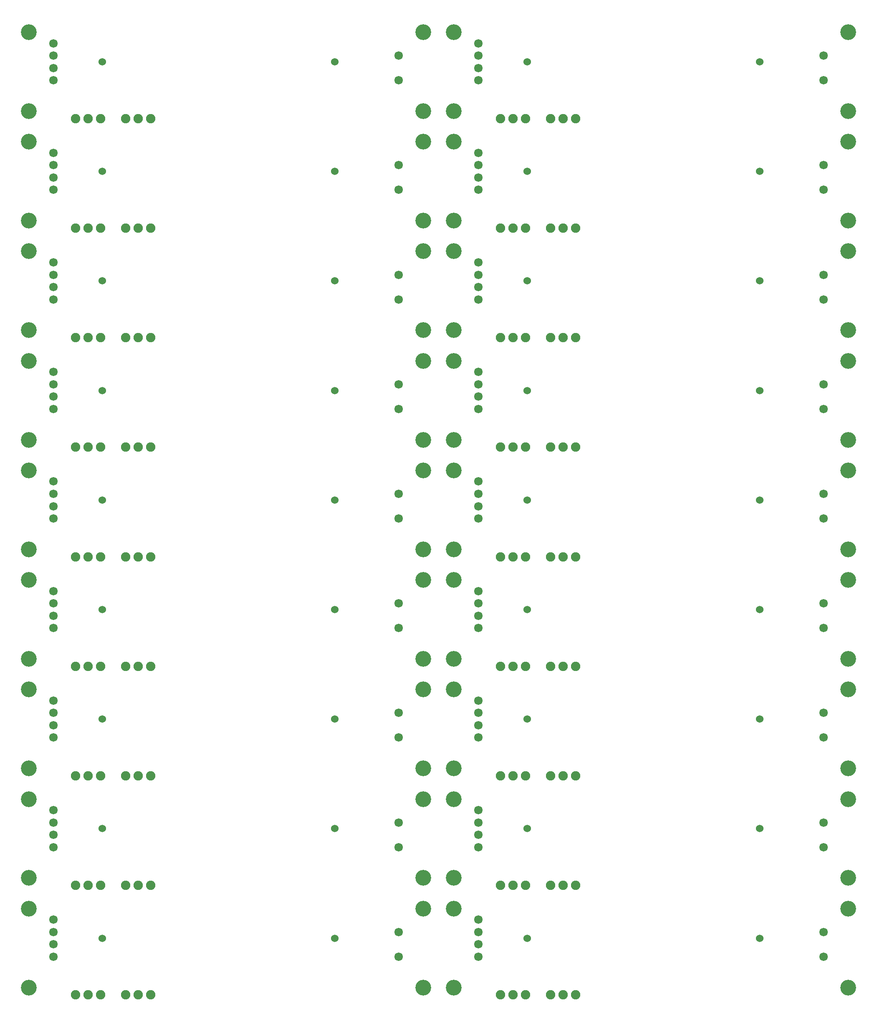
<source format=gbr>
%TF.GenerationSoftware,KiCad,Pcbnew,(5.99.0-11441-g1a5e63bcab)*%
%TF.CreationDate,2022-01-11T09:27:26+01:00*%
%TF.ProjectId,Slider_potentiometer,536c6964-6572-45f7-906f-74656e74696f,V1.1.1.*%
%TF.SameCoordinates,PX5f5e100PYe5d5e40*%
%TF.FileFunction,Soldermask,Bot*%
%TF.FilePolarity,Negative*%
%FSLAX46Y46*%
G04 Gerber Fmt 4.6, Leading zero omitted, Abs format (unit mm)*
G04 Created by KiCad (PCBNEW (5.99.0-11441-g1a5e63bcab)) date 2022-01-11 09:27:26*
%MOMM*%
%LPD*%
G01*
G04 APERTURE LIST*
%ADD10C,3.200000*%
%ADD11C,1.900000*%
%ADD12C,1.724000*%
%ADD13C,1.524000*%
G04 APERTURE END LIST*
D10*
%TO.C,H1*%
X89200000Y180600000D03*
%TD*%
D11*
%TO.C,K2*%
X98660000Y179100000D03*
X101200000Y179100000D03*
X103740000Y179100000D03*
%TD*%
D10*
%TO.C,H2*%
X89200000Y196600000D03*
%TD*%
D11*
%TO.C,K1*%
X108820000Y179100000D03*
X111360000Y179100000D03*
X113900000Y179100000D03*
%TD*%
D10*
%TO.C,H3*%
X169200000Y196600000D03*
%TD*%
%TO.C,H4*%
X169200000Y180600000D03*
%TD*%
D12*
%TO.C,R1*%
X94200000Y191850000D03*
X94200000Y186850000D03*
D13*
X104100000Y190600000D03*
X151300000Y190600000D03*
D12*
X94200000Y194350000D03*
X94200000Y189350000D03*
X164200000Y191850000D03*
X164200000Y186850000D03*
%TD*%
D11*
%TO.C,K2*%
X12460000Y179100000D03*
X15000000Y179100000D03*
X17540000Y179100000D03*
%TD*%
D10*
%TO.C,H3*%
X83000000Y196600000D03*
%TD*%
%TO.C,H4*%
X83000000Y180600000D03*
%TD*%
D12*
%TO.C,R1*%
X8000000Y191850000D03*
X8000000Y186850000D03*
D13*
X17900000Y190600000D03*
X65100000Y190600000D03*
D12*
X8000000Y194350000D03*
X8000000Y189350000D03*
X78000000Y191850000D03*
X78000000Y186850000D03*
%TD*%
D10*
%TO.C,H1*%
X3000000Y180600000D03*
%TD*%
D11*
%TO.C,K1*%
X22620000Y179100000D03*
X25160000Y179100000D03*
X27700000Y179100000D03*
%TD*%
D10*
%TO.C,H2*%
X3000000Y196600000D03*
%TD*%
%TO.C,H1*%
X89200000Y158400000D03*
%TD*%
D11*
%TO.C,K2*%
X98660000Y156900000D03*
X101200000Y156900000D03*
X103740000Y156900000D03*
%TD*%
D10*
%TO.C,H2*%
X89200000Y174400000D03*
%TD*%
D11*
%TO.C,K1*%
X108820000Y156900000D03*
X111360000Y156900000D03*
X113900000Y156900000D03*
%TD*%
D10*
%TO.C,H3*%
X169200000Y174400000D03*
%TD*%
%TO.C,H4*%
X169200000Y158400000D03*
%TD*%
D12*
%TO.C,R1*%
X94200000Y169650000D03*
X94200000Y164650000D03*
D13*
X104100000Y168400000D03*
X151300000Y168400000D03*
D12*
X94200000Y172150000D03*
X94200000Y167150000D03*
X164200000Y169650000D03*
X164200000Y164650000D03*
%TD*%
D11*
%TO.C,K2*%
X12460000Y156900000D03*
X15000000Y156900000D03*
X17540000Y156900000D03*
%TD*%
D10*
%TO.C,H3*%
X83000000Y174400000D03*
%TD*%
%TO.C,H4*%
X83000000Y158400000D03*
%TD*%
D12*
%TO.C,R1*%
X8000000Y169650000D03*
X8000000Y164650000D03*
D13*
X17900000Y168400000D03*
X65100000Y168400000D03*
D12*
X8000000Y172150000D03*
X8000000Y167150000D03*
X78000000Y169650000D03*
X78000000Y164650000D03*
%TD*%
D10*
%TO.C,H1*%
X3000000Y158400000D03*
%TD*%
D11*
%TO.C,K1*%
X22620000Y156900000D03*
X25160000Y156900000D03*
X27700000Y156900000D03*
%TD*%
D10*
%TO.C,H2*%
X3000000Y174400000D03*
%TD*%
%TO.C,H1*%
X89200000Y136200000D03*
%TD*%
D11*
%TO.C,K2*%
X98660000Y134700000D03*
X101200000Y134700000D03*
X103740000Y134700000D03*
%TD*%
D10*
%TO.C,H2*%
X89200000Y152200000D03*
%TD*%
D11*
%TO.C,K1*%
X108820000Y134700000D03*
X111360000Y134700000D03*
X113900000Y134700000D03*
%TD*%
D10*
%TO.C,H3*%
X169200000Y152200000D03*
%TD*%
%TO.C,H4*%
X169200000Y136200000D03*
%TD*%
D12*
%TO.C,R1*%
X94200000Y147450000D03*
X94200000Y142450000D03*
D13*
X104100000Y146200000D03*
X151300000Y146200000D03*
D12*
X94200000Y149950000D03*
X94200000Y144950000D03*
X164200000Y147450000D03*
X164200000Y142450000D03*
%TD*%
D11*
%TO.C,K2*%
X12460000Y134700000D03*
X15000000Y134700000D03*
X17540000Y134700000D03*
%TD*%
D10*
%TO.C,H3*%
X83000000Y152200000D03*
%TD*%
%TO.C,H4*%
X83000000Y136200000D03*
%TD*%
D12*
%TO.C,R1*%
X8000000Y147450000D03*
X8000000Y142450000D03*
D13*
X17900000Y146200000D03*
X65100000Y146200000D03*
D12*
X8000000Y149950000D03*
X8000000Y144950000D03*
X78000000Y147450000D03*
X78000000Y142450000D03*
%TD*%
D10*
%TO.C,H1*%
X3000000Y136200000D03*
%TD*%
D11*
%TO.C,K1*%
X22620000Y134700000D03*
X25160000Y134700000D03*
X27700000Y134700000D03*
%TD*%
D10*
%TO.C,H2*%
X3000000Y152200000D03*
%TD*%
%TO.C,H1*%
X89200000Y114000000D03*
%TD*%
D11*
%TO.C,K2*%
X98660000Y112500000D03*
X101200000Y112500000D03*
X103740000Y112500000D03*
%TD*%
D10*
%TO.C,H2*%
X89200000Y130000000D03*
%TD*%
D11*
%TO.C,K1*%
X108820000Y112500000D03*
X111360000Y112500000D03*
X113900000Y112500000D03*
%TD*%
D10*
%TO.C,H3*%
X169200000Y130000000D03*
%TD*%
%TO.C,H4*%
X169200000Y114000000D03*
%TD*%
D12*
%TO.C,R1*%
X94200000Y125250000D03*
X94200000Y120250000D03*
D13*
X104100000Y124000000D03*
X151300000Y124000000D03*
D12*
X94200000Y127750000D03*
X94200000Y122750000D03*
X164200000Y125250000D03*
X164200000Y120250000D03*
%TD*%
D11*
%TO.C,K2*%
X12460000Y112500000D03*
X15000000Y112500000D03*
X17540000Y112500000D03*
%TD*%
D10*
%TO.C,H3*%
X83000000Y130000000D03*
%TD*%
%TO.C,H4*%
X83000000Y114000000D03*
%TD*%
D12*
%TO.C,R1*%
X8000000Y125250000D03*
X8000000Y120250000D03*
D13*
X17900000Y124000000D03*
X65100000Y124000000D03*
D12*
X8000000Y127750000D03*
X8000000Y122750000D03*
X78000000Y125250000D03*
X78000000Y120250000D03*
%TD*%
D10*
%TO.C,H1*%
X3000000Y114000000D03*
%TD*%
D11*
%TO.C,K1*%
X22620000Y112500000D03*
X25160000Y112500000D03*
X27700000Y112500000D03*
%TD*%
D10*
%TO.C,H2*%
X3000000Y130000000D03*
%TD*%
%TO.C,H1*%
X89200000Y91800000D03*
%TD*%
D11*
%TO.C,K2*%
X98660000Y90300000D03*
X101200000Y90300000D03*
X103740000Y90300000D03*
%TD*%
D10*
%TO.C,H2*%
X89200000Y107800000D03*
%TD*%
D11*
%TO.C,K1*%
X108820000Y90300000D03*
X111360000Y90300000D03*
X113900000Y90300000D03*
%TD*%
D10*
%TO.C,H3*%
X169200000Y107800000D03*
%TD*%
%TO.C,H4*%
X169200000Y91800000D03*
%TD*%
D12*
%TO.C,R1*%
X94200000Y103050000D03*
X94200000Y98050000D03*
D13*
X104100000Y101800000D03*
X151300000Y101800000D03*
D12*
X94200000Y105550000D03*
X94200000Y100550000D03*
X164200000Y103050000D03*
X164200000Y98050000D03*
%TD*%
D11*
%TO.C,K2*%
X12460000Y90300000D03*
X15000000Y90300000D03*
X17540000Y90300000D03*
%TD*%
D10*
%TO.C,H3*%
X83000000Y107800000D03*
%TD*%
%TO.C,H4*%
X83000000Y91800000D03*
%TD*%
D12*
%TO.C,R1*%
X8000000Y103050000D03*
X8000000Y98050000D03*
D13*
X17900000Y101800000D03*
X65100000Y101800000D03*
D12*
X8000000Y105550000D03*
X8000000Y100550000D03*
X78000000Y103050000D03*
X78000000Y98050000D03*
%TD*%
D10*
%TO.C,H1*%
X3000000Y91800000D03*
%TD*%
D11*
%TO.C,K1*%
X22620000Y90300000D03*
X25160000Y90300000D03*
X27700000Y90300000D03*
%TD*%
D10*
%TO.C,H2*%
X3000000Y107800000D03*
%TD*%
%TO.C,H1*%
X89200000Y69600000D03*
%TD*%
D11*
%TO.C,K2*%
X98660000Y68100000D03*
X101200000Y68100000D03*
X103740000Y68100000D03*
%TD*%
D10*
%TO.C,H2*%
X89200000Y85600000D03*
%TD*%
D11*
%TO.C,K1*%
X108820000Y68100000D03*
X111360000Y68100000D03*
X113900000Y68100000D03*
%TD*%
D10*
%TO.C,H3*%
X169200000Y85600000D03*
%TD*%
%TO.C,H4*%
X169200000Y69600000D03*
%TD*%
D12*
%TO.C,R1*%
X94200000Y80850000D03*
X94200000Y75850000D03*
D13*
X104100000Y79600000D03*
X151300000Y79600000D03*
D12*
X94200000Y83350000D03*
X94200000Y78350000D03*
X164200000Y80850000D03*
X164200000Y75850000D03*
%TD*%
D11*
%TO.C,K2*%
X12460000Y68100000D03*
X15000000Y68100000D03*
X17540000Y68100000D03*
%TD*%
D10*
%TO.C,H3*%
X83000000Y85600000D03*
%TD*%
%TO.C,H4*%
X83000000Y69600000D03*
%TD*%
D12*
%TO.C,R1*%
X8000000Y80850000D03*
X8000000Y75850000D03*
D13*
X17900000Y79600000D03*
X65100000Y79600000D03*
D12*
X8000000Y83350000D03*
X8000000Y78350000D03*
X78000000Y80850000D03*
X78000000Y75850000D03*
%TD*%
D10*
%TO.C,H1*%
X3000000Y69600000D03*
%TD*%
D11*
%TO.C,K1*%
X22620000Y68100000D03*
X25160000Y68100000D03*
X27700000Y68100000D03*
%TD*%
D10*
%TO.C,H2*%
X3000000Y85600000D03*
%TD*%
%TO.C,H1*%
X89200000Y47400000D03*
%TD*%
D11*
%TO.C,K2*%
X98660000Y45900000D03*
X101200000Y45900000D03*
X103740000Y45900000D03*
%TD*%
D10*
%TO.C,H2*%
X89200000Y63400000D03*
%TD*%
D11*
%TO.C,K1*%
X108820000Y45900000D03*
X111360000Y45900000D03*
X113900000Y45900000D03*
%TD*%
D10*
%TO.C,H3*%
X169200000Y63400000D03*
%TD*%
%TO.C,H4*%
X169200000Y47400000D03*
%TD*%
D12*
%TO.C,R1*%
X94200000Y58650000D03*
X94200000Y53650000D03*
D13*
X104100000Y57400000D03*
X151300000Y57400000D03*
D12*
X94200000Y61150000D03*
X94200000Y56150000D03*
X164200000Y58650000D03*
X164200000Y53650000D03*
%TD*%
D11*
%TO.C,K2*%
X12460000Y45900000D03*
X15000000Y45900000D03*
X17540000Y45900000D03*
%TD*%
D10*
%TO.C,H3*%
X83000000Y63400000D03*
%TD*%
%TO.C,H4*%
X83000000Y47400000D03*
%TD*%
D12*
%TO.C,R1*%
X8000000Y58650000D03*
X8000000Y53650000D03*
D13*
X17900000Y57400000D03*
X65100000Y57400000D03*
D12*
X8000000Y61150000D03*
X8000000Y56150000D03*
X78000000Y58650000D03*
X78000000Y53650000D03*
%TD*%
D10*
%TO.C,H1*%
X3000000Y47400000D03*
%TD*%
D11*
%TO.C,K1*%
X22620000Y45900000D03*
X25160000Y45900000D03*
X27700000Y45900000D03*
%TD*%
D10*
%TO.C,H2*%
X3000000Y63400000D03*
%TD*%
%TO.C,H1*%
X89200000Y25200000D03*
%TD*%
D11*
%TO.C,K2*%
X98660000Y23700000D03*
X101200000Y23700000D03*
X103740000Y23700000D03*
%TD*%
D10*
%TO.C,H2*%
X89200000Y41200000D03*
%TD*%
D11*
%TO.C,K1*%
X108820000Y23700000D03*
X111360000Y23700000D03*
X113900000Y23700000D03*
%TD*%
D10*
%TO.C,H3*%
X169200000Y41200000D03*
%TD*%
%TO.C,H4*%
X169200000Y25200000D03*
%TD*%
D12*
%TO.C,R1*%
X94200000Y36450000D03*
X94200000Y31450000D03*
D13*
X104100000Y35200000D03*
X151300000Y35200000D03*
D12*
X94200000Y38950000D03*
X94200000Y33950000D03*
X164200000Y36450000D03*
X164200000Y31450000D03*
%TD*%
D11*
%TO.C,K2*%
X12460000Y23700000D03*
X15000000Y23700000D03*
X17540000Y23700000D03*
%TD*%
D10*
%TO.C,H3*%
X83000000Y41200000D03*
%TD*%
%TO.C,H4*%
X83000000Y25200000D03*
%TD*%
D12*
%TO.C,R1*%
X8000000Y36450000D03*
X8000000Y31450000D03*
D13*
X17900000Y35200000D03*
X65100000Y35200000D03*
D12*
X8000000Y38950000D03*
X8000000Y33950000D03*
X78000000Y36450000D03*
X78000000Y31450000D03*
%TD*%
D10*
%TO.C,H1*%
X3000000Y25200000D03*
%TD*%
D11*
%TO.C,K1*%
X22620000Y23700000D03*
X25160000Y23700000D03*
X27700000Y23700000D03*
%TD*%
D10*
%TO.C,H2*%
X3000000Y41200000D03*
%TD*%
D11*
%TO.C,K2*%
X98660000Y1500000D03*
X101200000Y1500000D03*
X103740000Y1500000D03*
%TD*%
D10*
%TO.C,H3*%
X169200000Y19000000D03*
%TD*%
%TO.C,H4*%
X169200000Y3000000D03*
%TD*%
D12*
%TO.C,R1*%
X94200000Y14250000D03*
X94200000Y9250000D03*
D13*
X104100000Y13000000D03*
X151300000Y13000000D03*
D12*
X94200000Y16750000D03*
X94200000Y11750000D03*
X164200000Y14250000D03*
X164200000Y9250000D03*
%TD*%
D10*
%TO.C,H1*%
X89200000Y3000000D03*
%TD*%
D11*
%TO.C,K1*%
X108820000Y1500000D03*
X111360000Y1500000D03*
X113900000Y1500000D03*
%TD*%
D10*
%TO.C,H2*%
X89200000Y19000000D03*
%TD*%
%TO.C,H1*%
X3000000Y3000000D03*
%TD*%
D12*
%TO.C,R1*%
X8000000Y14250000D03*
X8000000Y9250000D03*
D13*
X17900000Y13000000D03*
X65100000Y13000000D03*
D12*
X8000000Y16750000D03*
X8000000Y11750000D03*
X78000000Y14250000D03*
X78000000Y9250000D03*
%TD*%
D10*
%TO.C,H4*%
X83000000Y3000000D03*
%TD*%
%TO.C,H3*%
X83000000Y19000000D03*
%TD*%
%TO.C,H2*%
X3000000Y19000000D03*
%TD*%
D11*
%TO.C,K1*%
X22620000Y1500000D03*
X25160000Y1500000D03*
X27700000Y1500000D03*
%TD*%
%TO.C,K2*%
X12460000Y1500000D03*
X15000000Y1500000D03*
X17540000Y1500000D03*
%TD*%
M02*

</source>
